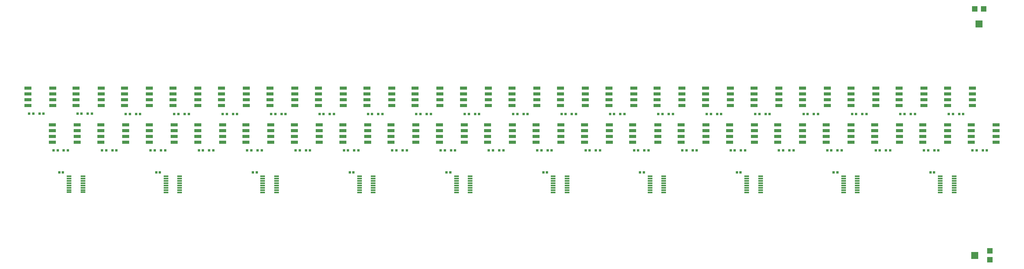
<source format=gbp>
G04*
G04 #@! TF.GenerationSoftware,Altium Limited,Altium Designer,23.2.1 (34)*
G04*
G04 Layer_Color=128*
%FSLAX44Y44*%
%MOMM*%
G71*
G04*
G04 #@! TF.SameCoordinates,4AEFFC81-8D6A-4C92-BCC4-55949A9363D9*
G04*
G04*
G04 #@! TF.FilePolarity,Positive*
G04*
G01*
G75*
%ADD22R,0.5500X0.5500*%
%ADD34R,0.5200X0.5200*%
%ADD73R,1.2000X1.2000*%
%ADD74R,1.5000X1.6000*%
%ADD75R,1.2000X1.2000*%
%ADD76R,1.6000X1.5000*%
%ADD77R,1.5250X0.6500*%
G04:AMPARAMS|DCode=78|XSize=1.05mm|YSize=0.3mm|CornerRadius=0.0495mm|HoleSize=0mm|Usage=FLASHONLY|Rotation=180.000|XOffset=0mm|YOffset=0mm|HoleType=Round|Shape=RoundedRectangle|*
%AMROUNDEDRECTD78*
21,1,1.0500,0.2010,0,0,180.0*
21,1,0.9510,0.3000,0,0,180.0*
1,1,0.0990,-0.4755,0.1005*
1,1,0.0990,0.4755,0.1005*
1,1,0.0990,0.4755,-0.1005*
1,1,0.0990,-0.4755,-0.1005*
%
%ADD78ROUNDEDRECTD78*%
D22*
X137817Y353787D02*
D03*
X128817D02*
D03*
X160317D02*
D03*
X151317D02*
D03*
X191755Y273659D02*
D03*
X182755D02*
D03*
X214255D02*
D03*
X205255D02*
D03*
X243409Y353592D02*
D03*
X234408D02*
D03*
X265909D02*
D03*
X256909D02*
D03*
X297685Y273405D02*
D03*
X288685D02*
D03*
X320185D02*
D03*
X311185D02*
D03*
X349399Y353533D02*
D03*
X340399D02*
D03*
X371899D02*
D03*
X362899D02*
D03*
X403095Y273405D02*
D03*
X394095D02*
D03*
X425595D02*
D03*
X416595D02*
D03*
X455063Y353533D02*
D03*
X446063D02*
D03*
X477563D02*
D03*
X468563D02*
D03*
X508505Y273405D02*
D03*
X499505D02*
D03*
X531005D02*
D03*
X522005D02*
D03*
X560727Y353533D02*
D03*
X551727D02*
D03*
X583227D02*
D03*
X574227D02*
D03*
X614169Y273405D02*
D03*
X605169D02*
D03*
X636669D02*
D03*
X627669D02*
D03*
X666391Y353533D02*
D03*
X657391D02*
D03*
X688891D02*
D03*
X679891D02*
D03*
X719579Y273405D02*
D03*
X710579D02*
D03*
X742079D02*
D03*
X733079D02*
D03*
X772055Y353533D02*
D03*
X763055D02*
D03*
X794555D02*
D03*
X785555D02*
D03*
X825243Y273405D02*
D03*
X816243D02*
D03*
X847743D02*
D03*
X838743D02*
D03*
X877719Y353533D02*
D03*
X868719D02*
D03*
X900219D02*
D03*
X891219D02*
D03*
X930653Y273405D02*
D03*
X921653D02*
D03*
X953153D02*
D03*
X944153D02*
D03*
X983383Y353533D02*
D03*
X974383D02*
D03*
X1005883D02*
D03*
X996883D02*
D03*
X1036063Y273405D02*
D03*
X1027063D02*
D03*
X1058563D02*
D03*
X1049563D02*
D03*
X1089047Y353533D02*
D03*
X1080047D02*
D03*
X1111547D02*
D03*
X1102547D02*
D03*
X1141727Y273405D02*
D03*
X1132727D02*
D03*
X1164227D02*
D03*
X1155227D02*
D03*
X1194711Y353533D02*
D03*
X1185711D02*
D03*
X1217211D02*
D03*
X1208211D02*
D03*
X1247137Y273405D02*
D03*
X1238137D02*
D03*
X1269637D02*
D03*
X1260637D02*
D03*
X1300375Y353533D02*
D03*
X1291375D02*
D03*
X1322875D02*
D03*
X1313875D02*
D03*
X1352801Y273405D02*
D03*
X1343801D02*
D03*
X1375301D02*
D03*
X1366301D02*
D03*
X1406039Y353533D02*
D03*
X1397039D02*
D03*
X1428539D02*
D03*
X1419539D02*
D03*
X1458211Y273405D02*
D03*
X1449211D02*
D03*
X1480711D02*
D03*
X1471711D02*
D03*
X1511703Y353533D02*
D03*
X1502703D02*
D03*
X1534203D02*
D03*
X1525203D02*
D03*
X1563875Y273405D02*
D03*
X1554875D02*
D03*
X1586375D02*
D03*
X1577375D02*
D03*
X1617367Y353533D02*
D03*
X1608367D02*
D03*
X1639867D02*
D03*
X1630867D02*
D03*
X1669285Y273405D02*
D03*
X1660285D02*
D03*
X1691785D02*
D03*
X1682785D02*
D03*
X1723031Y353533D02*
D03*
X1714031D02*
D03*
X1745531D02*
D03*
X1736531D02*
D03*
X1774695Y273405D02*
D03*
X1765695D02*
D03*
X1797195D02*
D03*
X1788195D02*
D03*
X1828695Y353533D02*
D03*
X1819695D02*
D03*
X1851195D02*
D03*
X1842195D02*
D03*
X1880359Y273405D02*
D03*
X1871359D02*
D03*
X1902859D02*
D03*
X1893859D02*
D03*
X1934359Y353533D02*
D03*
X1925359D02*
D03*
X1956859D02*
D03*
X1947859D02*
D03*
X1985769Y273405D02*
D03*
X1976769D02*
D03*
X2008269D02*
D03*
X1999269D02*
D03*
X2040023Y353533D02*
D03*
X2031023D02*
D03*
X2062523D02*
D03*
X2053523D02*
D03*
X2091433Y273405D02*
D03*
X2082433D02*
D03*
X2113933D02*
D03*
X2104933D02*
D03*
X45837Y353872D02*
D03*
X54837D02*
D03*
X23337D02*
D03*
X32336D02*
D03*
X86091Y273659D02*
D03*
X77091D02*
D03*
X108075Y273900D02*
D03*
X99074D02*
D03*
D34*
X308731Y225596D02*
D03*
X300731D02*
D03*
X520021D02*
D03*
X512021D02*
D03*
X731311D02*
D03*
X723311D02*
D03*
X942600D02*
D03*
X934600D02*
D03*
X1153890D02*
D03*
X1145890D02*
D03*
X1365180D02*
D03*
X1357180D02*
D03*
X1576470D02*
D03*
X1568470D02*
D03*
X1787759D02*
D03*
X1779759D02*
D03*
X1999049D02*
D03*
X1991049D02*
D03*
X97396Y225793D02*
D03*
X89396D02*
D03*
D73*
X2120240Y53809D02*
D03*
Y33809D02*
D03*
D74*
X2087740Y43809D02*
D03*
D75*
X2107183Y583456D02*
D03*
X2087183D02*
D03*
D76*
X2097183Y550956D02*
D03*
D77*
X180437Y371737D02*
D03*
Y384437D02*
D03*
Y397137D02*
D03*
Y409837D02*
D03*
X126197D02*
D03*
Y397137D02*
D03*
Y384437D02*
D03*
Y371737D02*
D03*
X234375Y291609D02*
D03*
Y304308D02*
D03*
Y317008D02*
D03*
Y329709D02*
D03*
X180135D02*
D03*
Y317008D02*
D03*
Y304308D02*
D03*
Y291609D02*
D03*
X286029Y371543D02*
D03*
Y384243D02*
D03*
Y396942D02*
D03*
Y409642D02*
D03*
X231789D02*
D03*
Y396942D02*
D03*
Y384243D02*
D03*
Y371543D02*
D03*
X340305Y291355D02*
D03*
Y304055D02*
D03*
Y316754D02*
D03*
Y329454D02*
D03*
X286065D02*
D03*
Y316754D02*
D03*
Y304055D02*
D03*
Y291355D02*
D03*
X392019Y371483D02*
D03*
Y384183D02*
D03*
Y396883D02*
D03*
Y409583D02*
D03*
X337779D02*
D03*
Y396883D02*
D03*
Y384183D02*
D03*
Y371483D02*
D03*
X445715Y291355D02*
D03*
Y304055D02*
D03*
Y316754D02*
D03*
Y329454D02*
D03*
X391475D02*
D03*
Y316754D02*
D03*
Y304055D02*
D03*
Y291355D02*
D03*
X497683Y371483D02*
D03*
Y384183D02*
D03*
Y396883D02*
D03*
Y409583D02*
D03*
X443443D02*
D03*
Y396883D02*
D03*
Y384183D02*
D03*
Y371483D02*
D03*
X551125Y291355D02*
D03*
Y304055D02*
D03*
Y316754D02*
D03*
Y329454D02*
D03*
X496885D02*
D03*
Y316754D02*
D03*
Y304055D02*
D03*
Y291355D02*
D03*
X603347Y371483D02*
D03*
Y384183D02*
D03*
Y396883D02*
D03*
Y409583D02*
D03*
X549107D02*
D03*
Y396883D02*
D03*
Y384183D02*
D03*
Y371483D02*
D03*
X656789Y291355D02*
D03*
Y304055D02*
D03*
Y316754D02*
D03*
Y329454D02*
D03*
X602549D02*
D03*
Y316754D02*
D03*
Y304055D02*
D03*
Y291355D02*
D03*
X709011Y371483D02*
D03*
Y384183D02*
D03*
Y396883D02*
D03*
Y409583D02*
D03*
X654771D02*
D03*
Y396883D02*
D03*
Y384183D02*
D03*
Y371483D02*
D03*
X762199Y291355D02*
D03*
Y304055D02*
D03*
Y316754D02*
D03*
Y329454D02*
D03*
X707959D02*
D03*
Y316754D02*
D03*
Y304055D02*
D03*
Y291355D02*
D03*
X814675Y371483D02*
D03*
Y384183D02*
D03*
Y396883D02*
D03*
Y409583D02*
D03*
X760435D02*
D03*
Y396883D02*
D03*
Y384183D02*
D03*
Y371483D02*
D03*
X867863Y291355D02*
D03*
Y304055D02*
D03*
Y316754D02*
D03*
Y329454D02*
D03*
X813623D02*
D03*
Y316754D02*
D03*
Y304055D02*
D03*
Y291355D02*
D03*
X920339Y371483D02*
D03*
Y384183D02*
D03*
Y396883D02*
D03*
Y409583D02*
D03*
X866099D02*
D03*
Y396883D02*
D03*
Y384183D02*
D03*
Y371483D02*
D03*
X973273Y291355D02*
D03*
Y304055D02*
D03*
Y316754D02*
D03*
Y329454D02*
D03*
X919033D02*
D03*
Y316754D02*
D03*
Y304055D02*
D03*
Y291355D02*
D03*
X1026003Y371483D02*
D03*
Y384183D02*
D03*
Y396883D02*
D03*
Y409583D02*
D03*
X971763D02*
D03*
Y396883D02*
D03*
Y384183D02*
D03*
Y371483D02*
D03*
X1078683Y291355D02*
D03*
Y304055D02*
D03*
Y316754D02*
D03*
Y329454D02*
D03*
X1024443D02*
D03*
Y316754D02*
D03*
Y304055D02*
D03*
Y291355D02*
D03*
X1131667Y371483D02*
D03*
Y384183D02*
D03*
Y396883D02*
D03*
Y409583D02*
D03*
X1077427D02*
D03*
Y396883D02*
D03*
Y384183D02*
D03*
Y371483D02*
D03*
X1184347Y291355D02*
D03*
Y304055D02*
D03*
Y316754D02*
D03*
Y329454D02*
D03*
X1130107D02*
D03*
Y316754D02*
D03*
Y304055D02*
D03*
Y291355D02*
D03*
X1237331Y371483D02*
D03*
Y384183D02*
D03*
Y396883D02*
D03*
Y409583D02*
D03*
X1183091D02*
D03*
Y396883D02*
D03*
Y384183D02*
D03*
Y371483D02*
D03*
X1289757Y291355D02*
D03*
Y304055D02*
D03*
Y316754D02*
D03*
Y329454D02*
D03*
X1235517D02*
D03*
Y316754D02*
D03*
Y304055D02*
D03*
Y291355D02*
D03*
X1342995Y371483D02*
D03*
Y384183D02*
D03*
Y396883D02*
D03*
Y409583D02*
D03*
X1288755D02*
D03*
Y396883D02*
D03*
Y384183D02*
D03*
Y371483D02*
D03*
X1395421Y291355D02*
D03*
Y304055D02*
D03*
Y316754D02*
D03*
Y329454D02*
D03*
X1341181D02*
D03*
Y316754D02*
D03*
Y304055D02*
D03*
Y291355D02*
D03*
X1448659Y371483D02*
D03*
Y384183D02*
D03*
Y396883D02*
D03*
Y409583D02*
D03*
X1394419D02*
D03*
Y396883D02*
D03*
Y384183D02*
D03*
Y371483D02*
D03*
X1500831Y291355D02*
D03*
Y304055D02*
D03*
Y316754D02*
D03*
Y329454D02*
D03*
X1446591D02*
D03*
Y316754D02*
D03*
Y304055D02*
D03*
Y291355D02*
D03*
X1554323Y371483D02*
D03*
Y384183D02*
D03*
Y396883D02*
D03*
Y409583D02*
D03*
X1500083D02*
D03*
Y396883D02*
D03*
Y384183D02*
D03*
Y371483D02*
D03*
X1606495Y291355D02*
D03*
Y304055D02*
D03*
Y316754D02*
D03*
Y329454D02*
D03*
X1552255D02*
D03*
Y316754D02*
D03*
Y304055D02*
D03*
Y291355D02*
D03*
X1659987Y371483D02*
D03*
Y384183D02*
D03*
Y396883D02*
D03*
Y409583D02*
D03*
X1605747D02*
D03*
Y396883D02*
D03*
Y384183D02*
D03*
Y371483D02*
D03*
X1711905Y291355D02*
D03*
Y304055D02*
D03*
Y316754D02*
D03*
Y329454D02*
D03*
X1657665D02*
D03*
Y316754D02*
D03*
Y304055D02*
D03*
Y291355D02*
D03*
X1765651Y371483D02*
D03*
Y384183D02*
D03*
Y396883D02*
D03*
Y409583D02*
D03*
X1711411D02*
D03*
Y396883D02*
D03*
Y384183D02*
D03*
Y371483D02*
D03*
X1817315Y291355D02*
D03*
Y304055D02*
D03*
Y316754D02*
D03*
Y329454D02*
D03*
X1763075D02*
D03*
Y316754D02*
D03*
Y304055D02*
D03*
Y291355D02*
D03*
X1871315Y371483D02*
D03*
Y384183D02*
D03*
Y396883D02*
D03*
Y409583D02*
D03*
X1817075D02*
D03*
Y396883D02*
D03*
Y384183D02*
D03*
Y371483D02*
D03*
X1922979Y291355D02*
D03*
Y304055D02*
D03*
Y316754D02*
D03*
Y329454D02*
D03*
X1868739D02*
D03*
Y316754D02*
D03*
Y304055D02*
D03*
Y291355D02*
D03*
X1976979Y371483D02*
D03*
Y384183D02*
D03*
Y396883D02*
D03*
Y409583D02*
D03*
X1922739D02*
D03*
Y396883D02*
D03*
Y384183D02*
D03*
Y371483D02*
D03*
X2028389Y291355D02*
D03*
Y304055D02*
D03*
Y316754D02*
D03*
Y329454D02*
D03*
X1974149D02*
D03*
Y316754D02*
D03*
Y304055D02*
D03*
Y291355D02*
D03*
X2082643Y371483D02*
D03*
Y384183D02*
D03*
Y396883D02*
D03*
Y409583D02*
D03*
X2028403D02*
D03*
Y396883D02*
D03*
Y384183D02*
D03*
Y371483D02*
D03*
X2134053Y291355D02*
D03*
Y304055D02*
D03*
Y316754D02*
D03*
Y329454D02*
D03*
X2079813D02*
D03*
Y316754D02*
D03*
Y304055D02*
D03*
Y291355D02*
D03*
X74956Y371822D02*
D03*
Y384522D02*
D03*
Y397222D02*
D03*
Y409922D02*
D03*
X20717D02*
D03*
Y397222D02*
D03*
Y384522D02*
D03*
Y371822D02*
D03*
X128711Y291609D02*
D03*
Y304308D02*
D03*
Y317008D02*
D03*
Y329709D02*
D03*
X74471D02*
D03*
Y317008D02*
D03*
Y304308D02*
D03*
Y291609D02*
D03*
D78*
X322179Y216680D02*
D03*
Y211680D02*
D03*
Y206680D02*
D03*
Y201680D02*
D03*
Y196680D02*
D03*
Y191680D02*
D03*
Y186680D02*
D03*
Y181680D02*
D03*
X352179D02*
D03*
Y186680D02*
D03*
Y191680D02*
D03*
Y196680D02*
D03*
Y201680D02*
D03*
Y206680D02*
D03*
Y211680D02*
D03*
Y216680D02*
D03*
X563469D02*
D03*
Y211680D02*
D03*
Y206680D02*
D03*
Y201680D02*
D03*
Y196680D02*
D03*
Y191680D02*
D03*
Y186680D02*
D03*
Y181680D02*
D03*
X533469D02*
D03*
Y186680D02*
D03*
Y191680D02*
D03*
Y196680D02*
D03*
Y201680D02*
D03*
Y206680D02*
D03*
Y211680D02*
D03*
Y216680D02*
D03*
X744759D02*
D03*
Y211680D02*
D03*
Y206680D02*
D03*
Y201680D02*
D03*
Y196680D02*
D03*
Y191680D02*
D03*
Y186680D02*
D03*
Y181680D02*
D03*
X774759D02*
D03*
Y186680D02*
D03*
Y191680D02*
D03*
Y196680D02*
D03*
Y201680D02*
D03*
Y206680D02*
D03*
Y211680D02*
D03*
Y216680D02*
D03*
X986048D02*
D03*
Y211680D02*
D03*
Y206680D02*
D03*
Y201680D02*
D03*
Y196680D02*
D03*
Y191680D02*
D03*
Y186680D02*
D03*
Y181680D02*
D03*
X956048D02*
D03*
Y186680D02*
D03*
Y191680D02*
D03*
Y196680D02*
D03*
Y201680D02*
D03*
Y206680D02*
D03*
Y211680D02*
D03*
Y216680D02*
D03*
X1167338D02*
D03*
Y211680D02*
D03*
Y206680D02*
D03*
Y201680D02*
D03*
Y196680D02*
D03*
Y191680D02*
D03*
Y186680D02*
D03*
Y181680D02*
D03*
X1197338D02*
D03*
Y186680D02*
D03*
Y191680D02*
D03*
Y196680D02*
D03*
Y201680D02*
D03*
Y206680D02*
D03*
Y211680D02*
D03*
Y216680D02*
D03*
X1408628D02*
D03*
Y211680D02*
D03*
Y206680D02*
D03*
Y201680D02*
D03*
Y196680D02*
D03*
Y191680D02*
D03*
Y186680D02*
D03*
Y181680D02*
D03*
X1378628D02*
D03*
Y186680D02*
D03*
Y191680D02*
D03*
Y196680D02*
D03*
Y201680D02*
D03*
Y206680D02*
D03*
Y211680D02*
D03*
Y216680D02*
D03*
X1589918D02*
D03*
Y211680D02*
D03*
Y206680D02*
D03*
Y201680D02*
D03*
Y196680D02*
D03*
Y191680D02*
D03*
Y186680D02*
D03*
Y181680D02*
D03*
X1619918D02*
D03*
Y186680D02*
D03*
Y191680D02*
D03*
Y196680D02*
D03*
Y201680D02*
D03*
Y206680D02*
D03*
Y211680D02*
D03*
Y216680D02*
D03*
X1831207D02*
D03*
Y211680D02*
D03*
Y206680D02*
D03*
Y201680D02*
D03*
Y196680D02*
D03*
Y191680D02*
D03*
Y186680D02*
D03*
Y181680D02*
D03*
X1801207D02*
D03*
Y186680D02*
D03*
Y191680D02*
D03*
Y196680D02*
D03*
Y201680D02*
D03*
Y206680D02*
D03*
Y211680D02*
D03*
Y216680D02*
D03*
X2012497D02*
D03*
Y211680D02*
D03*
Y206680D02*
D03*
Y201680D02*
D03*
Y196680D02*
D03*
Y191680D02*
D03*
Y186680D02*
D03*
Y181680D02*
D03*
X2042497D02*
D03*
Y186680D02*
D03*
Y191680D02*
D03*
Y196680D02*
D03*
Y201680D02*
D03*
Y206680D02*
D03*
Y211680D02*
D03*
Y216680D02*
D03*
X140844Y216877D02*
D03*
Y211877D02*
D03*
Y206877D02*
D03*
Y201877D02*
D03*
Y196877D02*
D03*
Y191877D02*
D03*
Y186877D02*
D03*
Y181877D02*
D03*
X110844D02*
D03*
Y186877D02*
D03*
Y191877D02*
D03*
Y196877D02*
D03*
Y201877D02*
D03*
Y206877D02*
D03*
Y211877D02*
D03*
Y216877D02*
D03*
M02*

</source>
